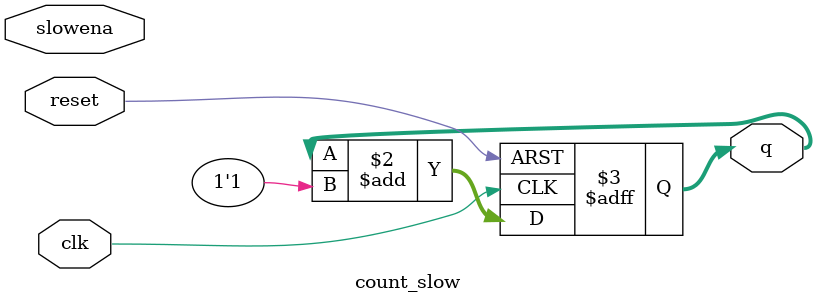
<source format=v>

module count_slow(
    input clk,
    input slowena,
    input reset,
    output reg [3:0] q);

// On the positive edge of the clock:
// if reset is high, reset the output q to 0. 
// Otherwise, only increment the output q if the ena input is high and q is not 9.
// This is an instance of the embedded flops manually

reg [3:0] q;

always @(posedge clk, posedge reset)
begin
    if(reset) q <= 0;
    else       q <= q + 1'b1;
end

endmodule

</source>
